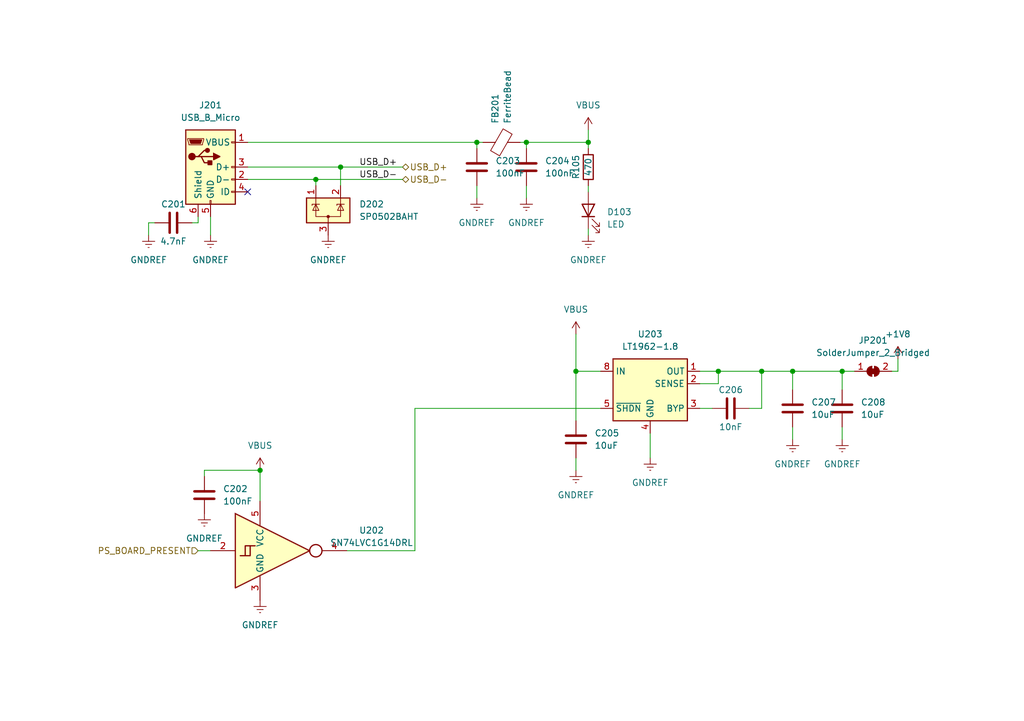
<source format=kicad_sch>
(kicad_sch (version 20230121) (generator eeschema)
  (paper "A5")
  (lib_symbols
    (symbol "74xGxx:SN74LVC1G14DRL"
      (property "Reference" "U" (at -5.08 10.16 0))
      (property "Value" "SN74LVC1G14DRL" (at 20.32 10.16 0))
      (symbol "SN74LVC1G14DRL_0_1"
        (polyline (pts (xy -2.032 1.016) (xy -1.016 1.016)) (stroke (width 0.254)) (fill (type background)))
        (polyline (pts (xy -5.08 7.62) (xy -5.08 -7.62) (xy 10.16 0) (xy -5.08 7.62)) (stroke (width 0.254)) (fill (type background)))
        (polyline (pts (xy -3.048 -1.016) (xy -3.048 1.016) (xy -2.032 1.016) (xy -2.032 -1.016) (xy -4.064 -1.016)) (stroke (width 0.254)) (fill (type background)))
        (circle (center 11.43 0) (radius 1.27) (stroke (width 0.254)))
      )
      (symbol "SN74LVC1G14DRL_1_1"
        (pin no_connect line (at 10.16 0 180) (length 5.08) hide (name "NC") (number "1"))
        (pin input line (at -10.16 0 0) (length 5.08) (name "~") (number "2"))
        (pin power_in line (at 0 -10.16 90) (length 5.08) (name "GND") (number "3"))
        (pin output line (at 17.78 0 180) (length 5.08) (name "~") (number "4"))
        (pin power_in line (at 0 10.16 270) (length 5.08) (name "VCC") (number "5"))
      )
    )
    (symbol "Connector:USB_B_Micro" (pin_names (offset 1.016))
      (property "Reference" "J" (at -5.08 11.43 0))
      (property "Value" "USB_B_Micro" (at -5.08 8.89 0))
      (symbol "USB_B_Micro_0_1"
        (rectangle (start -5.08 -7.62) (end 5.08 7.62) (stroke (width 0.254)) (fill (type background)))
        (circle (center -3.81 2.159) (radius 0.635) (stroke (width 0.254)) (fill (type outline)))
        (circle (center -0.635 3.429) (radius 0.381) (stroke (width 0.254)) (fill (type outline)))
        (rectangle (start -0.127 -7.62) (end 0.127 -6.858))
        (polyline (pts (xy -1.905 2.159) (xy 0.635 2.159)) (stroke (width 0.254)))
        (polyline (pts (xy -3.175 2.159) (xy -2.54 2.159) (xy -1.27 3.429) (xy -0.635 3.429)) (stroke (width 0.254)))
        (polyline (pts (xy -2.54 2.159) (xy -1.905 2.159) (xy -1.27 0.889) (xy 0 0.889)) (stroke (width 0.254)))
        (polyline (pts (xy 0.635 2.794) (xy 0.635 1.524) (xy 1.905 2.159) (xy 0.635 2.794)) (stroke (width 0.254)) (fill (type outline)))
        (polyline (pts (xy -4.318 5.588) (xy -1.778 5.588) (xy -2.032 4.826) (xy -4.064 4.826) (xy -4.318 5.588)) (fill (type outline)))
        (polyline (pts (xy -4.699 5.842) (xy -4.699 5.588) (xy -4.445 4.826) (xy -4.445 4.572) (xy -1.651 4.572) (xy -1.651 4.826) (xy -1.397 5.588) (xy -1.397 5.842) (xy -4.699 5.842)))
        (rectangle (start 0.254 1.27) (end -0.508 0.508) (stroke (width 0.254)) (fill (type outline)))
        (rectangle (start 5.08 -5.207) (end 4.318 -4.953))
        (rectangle (start 5.08 -2.667) (end 4.318 -2.413))
        (rectangle (start 5.08 -0.127) (end 4.318 0.127))
        (rectangle (start 5.08 4.953) (end 4.318 5.207))
      )
      (symbol "USB_B_Micro_1_1"
        (pin power_out line (at 7.62 5.08 180) (length 2.54) (name "VBUS") (number "1"))
        (pin bidirectional line (at 7.62 -2.54 180) (length 2.54) (name "D-") (number "2"))
        (pin bidirectional line (at 7.62 0 180) (length 2.54) (name "D+") (number "3"))
        (pin passive line (at 7.62 -5.08 180) (length 2.54) (name "ID") (number "4"))
        (pin power_out line (at 0 -10.16 90) (length 2.54) (name "GND") (number "5"))
        (pin passive line (at -2.54 -10.16 90) (length 2.54) (name "Shield") (number "6"))
      )
    )
    (symbol "Device:C" (pin_numbers hide) (pin_names (offset 0.254))
      (property "Reference" "C" (at 0.635 2.54 0))
      (property "Value" "C" (at 0.635 -2.54 0))
      (symbol "C_0_1"
        (polyline (pts (xy -2.032 -0.762) (xy 2.032 -0.762)) (stroke (width 0.508)))
        (polyline (pts (xy -2.032 0.762) (xy 2.032 0.762)) (stroke (width 0.508)))
      )
      (symbol "C_1_1"
        (pin passive line (at 0 3.81 270) (length 2.794) (name "~") (number "1"))
        (pin passive line (at 0 -3.81 90) (length 2.794) (name "~") (number "2"))
      )
    )
    (symbol "Device:FerriteBead" (pin_numbers hide) (pin_names (offset 0))
      (property "Reference" "FB" (at -3.81 0.635 90))
      (property "Value" "FerriteBead" (at 3.81 0 90))
      (symbol "FerriteBead_0_1"
        (polyline (pts (xy 0 -1.27) (xy 0 -1.2192)))
        (polyline (pts (xy 0 1.27) (xy 0 1.2954)))
        (polyline (pts (xy -2.7686 0.4064) (xy -1.7018 2.2606) (xy 2.7686 -0.3048) (xy 1.6764 -2.159) (xy -2.7686 0.4064)))
      )
      (symbol "FerriteBead_1_1"
        (pin passive line (at 0 3.81 270) (length 2.54) (name "~") (number "1"))
        (pin passive line (at 0 -3.81 90) (length 2.54) (name "~") (number "2"))
      )
    )
    (symbol "Device:LED" (pin_numbers hide) (pin_names (offset 1.016) hide)
      (property "Reference" "D" (at 0 2.54 0))
      (property "Value" "LED" (at 0 -2.54 0))
      (symbol "LED_0_1"
        (polyline (pts (xy -1.27 -1.27) (xy -1.27 1.27)) (stroke (width 0.254)))
        (polyline (pts (xy -1.27 0) (xy 1.27 0)))
        (polyline (pts (xy 1.27 -1.27) (xy 1.27 1.27) (xy -1.27 0) (xy 1.27 -1.27)) (stroke (width 0.254)))
        (polyline (pts (xy -3.048 -0.762) (xy -4.572 -2.286) (xy -3.81 -2.286) (xy -4.572 -2.286) (xy -4.572 -1.524)))
        (polyline (pts (xy -1.778 -0.762) (xy -3.302 -2.286) (xy -2.54 -2.286) (xy -3.302 -2.286) (xy -3.302 -1.524)))
      )
      (symbol "LED_1_1"
        (pin passive line (at -3.81 0 0) (length 2.54) (name "K") (number "1"))
        (pin passive line (at 3.81 0 180) (length 2.54) (name "A") (number "2"))
      )
    )
    (symbol "Device:R" (pin_numbers hide) (pin_names (offset 0))
      (property "Reference" "R" (at 2.032 0 90))
      (property "Value" "R" (at 0 0 90))
      (symbol "R_0_1"
        (rectangle (start -1.016 -2.54) (end 1.016 2.54) (stroke (width 0.254)))
      )
      (symbol "R_1_1"
        (pin passive line (at 0 3.81 270) (length 1.27) (name "~") (number "1"))
        (pin passive line (at 0 -3.81 90) (length 1.27) (name "~") (number "2"))
      )
    )
    (symbol "Jumper:SolderJumper_2_Bridged" (pin_names (offset 0) hide)
      (property "Reference" "JP" (at 0 2.032 0))
      (property "Value" "SolderJumper_2_Bridged" (at 0 -2.54 0))
      (symbol "SolderJumper_2_Bridged_0_1"
        (rectangle (start -0.508 0.508) (end 0.508 -0.508) (fill (type outline)))
        (arc (start -0.254 1.016) (mid -1.2656 0) (end -0.254 -1.016))
        (arc (start -0.254 1.016) (mid -1.2656 0) (end -0.254 -1.016) (fill (type outline)))
        (polyline (pts (xy -0.254 1.016) (xy -0.254 -1.016)))
        (polyline (pts (xy 0.254 1.016) (xy 0.254 -1.016)))
        (arc (start 0.254 -1.016) (mid 1.2656 0) (end 0.254 1.016))
        (arc (start 0.254 -1.016) (mid 1.2656 0) (end 0.254 1.016) (fill (type outline)))
      )
      (symbol "SolderJumper_2_Bridged_1_1"
        (pin passive line (at -3.81 0 0) (length 2.54) (name "A") (number "1"))
        (pin passive line (at 3.81 0 180) (length 2.54) (name "B") (number "2"))
      )
    )
    (symbol "Power_Protection:SP0502BAHT" (pin_names hide)
      (property "Reference" "D" (at 5.715 2.54 0))
      (property "Value" "SP0502BAHT" (at 5.715 0.635 0))
      (symbol "SP0502BAHT_0_0"
        (pin passive line (at 0 -5.08 90) (length 2.54) (name "A") (number "3"))
      )
      (symbol "SP0502BAHT_0_1"
        (rectangle (start -4.445 2.54) (end 4.445 -2.54) (stroke (width 0.254)) (fill (type background)))
        (circle (center 0 -1.27) (radius 0.254) (fill (type outline)))
        (polyline (pts (xy -2.54 2.54) (xy -2.54 1.27)))
        (polyline (pts (xy 0 -1.27) (xy 0 -2.54)))
        (polyline (pts (xy 2.54 2.54) (xy 2.54 1.27)))
        (polyline (pts (xy -3.302 1.016) (xy -3.302 1.27) (xy -1.905 1.27) (xy -1.778 1.27)))
        (polyline (pts (xy -2.54 1.27) (xy -2.54 -1.27) (xy 2.54 -1.27) (xy 2.54 1.27)))
        (polyline (pts (xy -2.54 1.27) (xy -1.905 0) (xy -3.175 0) (xy -2.54 1.27)))
        (polyline (pts (xy 1.778 1.016) (xy 1.778 1.27) (xy 3.175 1.27) (xy 3.302 1.27)))
        (polyline (pts (xy 2.54 1.27) (xy 1.905 0) (xy 3.175 0) (xy 2.54 1.27)))
      )
      (symbol "SP0502BAHT_1_1"
        (pin passive line (at -2.54 5.08 270) (length 2.54) (name "K") (number "1"))
        (pin passive line (at 2.54 5.08 270) (length 2.54) (name "K") (number "2"))
      )
    )
    (symbol "Regulator_Linear:LT1962-1.8"
      (property "Reference" "U" (at -7.62 8.89 0))
      (property "Value" "LT1962-1.8" (at 1.27 -6.35 0))
      (symbol "LT1962-1.8_0_1"
        (rectangle (start -7.62 7.62) (end 7.62 -5.08) (stroke (width 0.254)) (fill (type background)))
      )
      (symbol "LT1962-1.8_1_1"
        (pin power_out line (at 10.16 5.08 180) (length 2.54) (name "OUT") (number "1"))
        (pin input line (at 10.16 2.54 180) (length 2.54) (name "SENSE") (number "2"))
        (pin passive line (at 10.16 -2.54 180) (length 2.54) (name "BYP") (number "3"))
        (pin power_in line (at 0 -7.62 90) (length 2.54) (name "GND") (number "4"))
        (pin input line (at -10.16 -2.54 0) (length 2.54) (name "~{SHDN}") (number "5"))
        (pin no_connect line (at 2.54 5.08 90) (length 2.54) hide (name "NC") (number "6"))
        (pin no_connect line (at 2.54 2.54 90) (length 2.54) hide (name "NC") (number "7"))
        (pin power_in line (at -10.16 5.08 0) (length 2.54) (name "IN") (number "8"))
      )
    )
    (symbol "power:+1V8" (power) (pin_names (offset 0))
      (property "Value" "+1V8" (at 0 3.556 0))
      (symbol "+1V8_0_1"
        (polyline (pts (xy -0.762 1.27) (xy 0 2.54)))
        (polyline (pts (xy 0 0) (xy 0 2.54)))
        (polyline (pts (xy 0 2.54) (xy 0.762 1.27)))
      )
      (symbol "+1V8_1_1"
        (pin power_in line (at 0 0 90) (length 0) hide (name "+1V8") (number "1"))
      )
    )
    (symbol "power:GNDREF" (power) (pin_names (offset 0))
      (property "Value" "GNDREF" (at 0 -3.81 0))
      (symbol "GNDREF_0_1"
        (polyline (pts (xy -0.635 -1.905) (xy 0.635 -1.905)))
        (polyline (pts (xy -0.127 -2.54) (xy 0.127 -2.54)))
        (polyline (pts (xy 0 -1.27) (xy 0 0)))
        (polyline (pts (xy 1.27 -1.27) (xy -1.27 -1.27)))
      )
      (symbol "GNDREF_1_1"
        (pin power_in line (at 0 0 270) (length 0) hide (name "GNDREF") (number "1"))
      )
    )
    (symbol "power:VBUS" (power) (pin_names (offset 0))
      (property "Value" "VBUS" (at 0 3.81 0))
      (symbol "VBUS_0_1"
        (polyline (pts (xy -0.762 1.27) (xy 0 2.54)))
        (polyline (pts (xy 0 0) (xy 0 2.54)))
        (polyline (pts (xy 0 2.54) (xy 0.762 1.27)))
      )
      (symbol "VBUS_1_1"
        (pin power_in line (at 0 0 90) (length 0) hide (name "VBUS") (number "1"))
      )
    )
  )
  (junction (at 107.95 29.21))
  (junction (at 156.21 76.2))
  (junction (at 118.11 76.2))
  (junction (at 97.79 29.21))
  (junction (at 172.72 76.2))
  (junction (at 147.32 76.2))
  (junction (at 120.65 29.21))
  (junction (at 162.56 76.2))
  (junction (at 53.34 96.52))
  (junction (at 64.77 36.83))
  (junction (at 69.85 34.29))
  (no_connect (at 50.8 39.37))
  (wire (pts (xy 85.09 113.03) (xy 85.09 83.82)))
  (wire (pts (xy 50.8 29.21) (xy 97.79 29.21)))
  (wire (pts (xy 147.32 76.2) (xy 156.21 76.2)))
  (wire (pts (xy 43.18 48.26) (xy 43.18 44.45)))
  (wire (pts (xy 118.11 76.2) (xy 118.11 86.36)))
  (wire (pts (xy 97.79 29.21) (xy 99.06 29.21)))
  (wire (pts (xy 153.67 83.82) (xy 156.21 83.82)))
  (wire (pts (xy 40.64 45.72) (xy 40.64 44.45)))
  (wire (pts (xy 120.65 26.67) (xy 120.65 29.21)))
  (wire (pts (xy 97.79 29.21) (xy 97.79 30.48)))
  (wire (pts (xy 120.65 46.99) (xy 120.65 48.26)))
  (wire (pts (xy 147.32 78.74) (xy 147.32 76.2)))
  (wire (pts (xy 50.8 36.83) (xy 64.77 36.83)))
  (wire (pts (xy 85.09 83.82) (xy 123.19 83.82)))
  (wire (pts (xy 97.79 40.64) (xy 97.79 38.1)))
  (wire (pts (xy 118.11 96.52) (xy 118.11 93.98)))
  (wire (pts (xy 172.72 90.17) (xy 172.72 87.63)))
  (wire (pts (xy 120.65 29.21) (xy 120.65 30.48)))
  (wire (pts (xy 156.21 76.2) (xy 162.56 76.2)))
  (wire (pts (xy 184.15 73.66) (xy 184.15 76.2)))
  (wire (pts (xy 39.37 45.72) (xy 40.64 45.72)))
  (wire (pts (xy 40.64 113.03) (xy 43.18 113.03)))
  (wire (pts (xy 69.85 34.29) (xy 82.55 34.29)))
  (wire (pts (xy 41.91 96.52) (xy 41.91 97.79)))
  (wire (pts (xy 30.48 45.72) (xy 31.75 45.72)))
  (wire (pts (xy 107.95 29.21) (xy 120.65 29.21)))
  (wire (pts (xy 107.95 29.21) (xy 107.95 30.48)))
  (wire (pts (xy 106.68 29.21) (xy 107.95 29.21)))
  (wire (pts (xy 64.77 36.83) (xy 82.55 36.83)))
  (wire (pts (xy 172.72 80.01) (xy 172.72 76.2)))
  (wire (pts (xy 162.56 76.2) (xy 172.72 76.2)))
  (wire (pts (xy 123.19 76.2) (xy 118.11 76.2)))
  (wire (pts (xy 172.72 76.2) (xy 175.26 76.2)))
  (wire (pts (xy 71.12 113.03) (xy 85.09 113.03)))
  (wire (pts (xy 41.91 96.52) (xy 53.34 96.52)))
  (wire (pts (xy 162.56 76.2) (xy 162.56 80.01)))
  (wire (pts (xy 118.11 68.58) (xy 118.11 76.2)))
  (wire (pts (xy 156.21 83.82) (xy 156.21 76.2)))
  (wire (pts (xy 162.56 90.17) (xy 162.56 87.63)))
  (wire (pts (xy 50.8 34.29) (xy 69.85 34.29)))
  (wire (pts (xy 143.51 76.2) (xy 147.32 76.2)))
  (wire (pts (xy 53.34 96.52) (xy 53.34 102.87)))
  (wire (pts (xy 107.95 40.64) (xy 107.95 38.1)))
  (wire (pts (xy 133.35 93.98) (xy 133.35 88.9)))
  (wire (pts (xy 182.88 76.2) (xy 184.15 76.2)))
  (wire (pts (xy 64.77 36.83) (xy 64.77 38.1)))
  (wire (pts (xy 120.65 38.1) (xy 120.65 39.37)))
  (wire (pts (xy 146.05 83.82) (xy 143.51 83.82)))
  (wire (pts (xy 143.51 78.74) (xy 147.32 78.74)))
  (wire (pts (xy 69.85 34.29) (xy 69.85 38.1)))
  (wire (pts (xy 30.48 48.26) (xy 30.48 45.72)))
  (label "USB_D+" (at 73.66 34.29 0))
  (label "USB_D-" (at 73.66 36.83 0))
  (hierarchical_label "PS_BOARD_PRESENT" (shape input) (at 40.64 113.03 180))
  (hierarchical_label "USB_D-" (shape bidirectional) (at 82.55 36.83 0))
  (hierarchical_label "USB_D+" (shape bidirectional) (at 82.55 34.29 0))
  (symbol (lib_id "power:VBUS") (at 120.65 26.67 0) (unit 1)
    (property "Reference" "#PWR0209" (effects hide))
    (property "Value" "VBUS" (at 120.65 21.59 0))
  )
  (symbol (lib_id "power:GNDREF") (at 41.91 105.41 0) (unit 1)
    (property "Reference" "#PWR0204" (effects hide))
    (property "Value" "GNDREF" (at 41.91 110.49 0))
    (instances (project "TardigradeDebugProbeGen1" (path "" (reference "#PWR0204") (unit 1))) (project "EE_KiCad_CONSAT1.xx.xx.xxx" (path "" (reference "#PWR?") (unit 1)) (path "" (reference "#PWR024") (unit 1))))
  )
  (symbol (lib_id "power:GNDREF") (at 172.72 90.17 0) (unit 1)
    (property "Reference" "#PWR0213" (effects hide))
    (property "Value" "GNDREF" (at 172.72 95.25 0))
    (instances (project "TardigradeDebugProbeGen1" (path "" (reference "#PWR0213") (unit 1))) (project "EE_KiCad_CONSAT1.xx.xx.xxx" (path "" (reference "#PWR?") (unit 1)) (path "" (reference "#PWR039") (unit 1))))
  )
  (symbol (lib_id "Device:C") (at 118.11 90.17 0) (unit 1)
    (property "Reference" "C205" (at 121.92 88.9 0) (effects (justify left)))
    (property "Value" "10uF" (at 121.92 91.44 0) (effects (justify left)))
    (property "Footprint" "Capacitor_SMD:C_1206_3216Metric" (effects hide))
    (property "Manufacturer" "Kemet" (effects hide))
    (property "MPN" "C1206C106K4RACAUTO" (effects hide))
    (property "AEC-Q" "200" (effects hide))
    (instances (project "TardigradeDebugProbeGen1" (path "" (reference "C205") (unit 1))) (project "EE_KiCad_CONSAT1.xx.xx.xxx" (path "" (reference "C3") (unit 1)) (path "" (reference "C29") (unit 1))))
  )
  (symbol (lib_id "Jumper:SolderJumper_2_Bridged") (at 179.07 76.2 0) (unit 1)
    (property "Reference" "JP201" (at 179.07 69.85 0))
    (property "Value" "SolderJumper_2_Bridged" (at 179.07 72.39 0))
    (property "Footprint" "Jumper:SolderJumper-2_P1.3mm_Bridged2Bar_RoundedPad1.0x1.5mm" (effects hide))
    (instances (project "TardigradeDebugProbeGen1" (path "" (reference "JP201") (unit 1))) (project "EE_KiCad_CONSAT1.xx.xx.xxx" (path "" (reference "JP2") (unit 1))))
  )
  (symbol (lib_id "Power_Protection:SP0502BAHT") (at 67.31 43.18 0) (unit 1)
    (property "Reference" "D202" (at 73.66 41.91 0) (effects (justify left)))
    (property "Value" "SP0502BAHT" (at 73.66 44.45 0) (effects (justify left)))
    (property "Footprint" "Package_TO_SOT_SMD:SOT-23" (effects hide))
    (property "Datasheet" "http://www.littelfuse.com/~/media/files/littelfuse/technical%20resources/documents/data%20sheets/sp05xxba.pdf" (effects hide))
    (property "MPN" "SP0502BAHTG" (effects hide))
    (property "Manufacturer" "Littlefuse" (effects hide))
  )
  (symbol (lib_id "power:GNDREF") (at 97.79 40.64 0) (unit 1)
    (property "Reference" "#PWR0205" (effects hide))
    (property "Value" "GNDREF" (at 97.79 45.72 0))
    (instances (project "TardigradeDebugProbeGen1" (path "" (reference "#PWR0205") (unit 1))) (project "EE_KiCad_CONSAT1.xx.xx.xxx" (path "" (reference "#PWR?") (unit 1)) (path "" (reference "#PWR028") (unit 1))))
  )
  (symbol (lib_id "power:VBUS") (at 118.11 68.58 0) (unit 1)
    (property "Reference" "#PWR0215" (effects hide))
    (property "Value" "VBUS" (at 118.11 63.5 0))
  )
  (symbol (lib_id "Device:C") (at 149.86 83.82 90) (unit 1)
    (property "Reference" "C206" (at 149.86 80.01 90))
    (property "Value" "10nF" (at 149.86 87.63 90))
    (property "Footprint" "Capacitor_SMD:C_0402_1005Metric" (effects hide))
    (property "Manufacturer" "Kemet" (effects hide))
    (property "MPN" "C0402C103K4RACAUTO" (effects hide))
    (property "AEC-Q" "200" (effects hide))
    (instances (project "TardigradeDebugProbeGen1" (path "" (reference "C206") (unit 1))) (project "EE_KiCad_CONSAT1.xx.xx.xxx" (path "" (reference "C4") (unit 1)) (path "" (reference "C9") (unit 1))))
  )
  (symbol (lib_id "Device:FerriteBead") (at 102.87 29.21 90) (unit 1)
    (property "Reference" "FB201" (at 101.5492 25.4 0) (effects (justify left)))
    (property "Value" "FerriteBead" (at 104.0892 25.4 0) (effects (justify left)))
    (property "Footprint" "Resistor_SMD:R_0603_1608Metric" (effects hide))
    (property "Manufacturer" "Murata" (effects hide))
    (property "MPN" "BLM18PG471SH1D" (effects hide))
    (property "AEC-Q" "200" (effects hide))
    (instances (project "TardigradeDebugProbeGen1" (path "" (reference "FB201") (unit 1))) (project "EE_KiCad_CONSAT1.xx.xx.xxx" (path "" (reference "FB2") (unit 1)) (path "" (reference "FB1") (unit 1))))
  )
  (symbol (lib_id "power:+1V8") (at 184.15 73.66 0) (unit 1)
    (property "Reference" "#PWR0214" (effects hide))
    (property "Value" "+1V8" (at 184.15 68.58 0))
  )
  (symbol (lib_id "Device:C") (at 162.56 83.82 0) (unit 1)
    (property "Reference" "C207" (at 166.37 82.55 0) (effects (justify left)))
    (property "Value" "10uF" (at 166.37 85.09 0) (effects (justify left)))
    (property "Footprint" "Capacitor_SMD:C_1206_3216Metric" (effects hide))
    (property "Manufacturer" "Kemet" (effects hide))
    (property "MPN" "C1206C106K4RACAUTO" (effects hide))
    (property "AEC-Q" "200" (effects hide))
    (instances (project "TardigradeDebugProbeGen1" (path "" (reference "C207") (unit 1))) (project "EE_KiCad_CONSAT1.xx.xx.xxx" (path "" (reference "C3") (unit 1)) (path "" (reference "C10") (unit 1))))
  )
  (symbol (lib_id "power:GNDREF") (at 118.11 96.52 0) (unit 1)
    (property "Reference" "#PWR0208" (effects hide))
    (property "Value" "GNDREF" (at 118.11 101.6 0))
    (instances (project "TardigradeDebugProbeGen1" (path "" (reference "#PWR0208") (unit 1))) (project "EE_KiCad_CONSAT1.xx.xx.xxx" (path "" (reference "#PWR?") (unit 1)) (path "" (reference "#PWR065") (unit 1))))
  )
  (symbol (lib_id "Device:C") (at 172.72 83.82 0) (unit 1)
    (property "Reference" "C208" (at 176.53 82.55 0) (effects (justify left)))
    (property "Value" "10uF" (at 176.53 85.09 0) (effects (justify left)))
    (property "Footprint" "Capacitor_SMD:C_1206_3216Metric" (effects hide))
    (property "Manufacturer" "Kemet" (effects hide))
    (property "MPN" "C1206C106K4RACAUTO" (effects hide))
    (property "AEC-Q" "200" (effects hide))
    (instances (project "TardigradeDebugProbeGen1" (path "" (reference "C208") (unit 1))) (project "EE_KiCad_CONSAT1.xx.xx.xxx" (path "" (reference "C3") (unit 1)) (path "" (reference "C11") (unit 1))))
  )
  (symbol (lib_id "power:GNDREF") (at 133.35 93.98 0) (unit 1)
    (property "Reference" "#PWR0210" (effects hide))
    (property "Value" "GNDREF" (at 133.35 99.06 0))
    (instances (project "TardigradeDebugProbeGen1" (path "" (reference "#PWR0210") (unit 1))) (project "EE_KiCad_CONSAT1.xx.xx.xxx" (path "" (reference "#PWR?") (unit 1)) (path "" (reference "#PWR037") (unit 1))))
  )
  (symbol (lib_id "power:GNDREF") (at 30.48 48.26 0) (unit 1)
    (property "Reference" "#PWR0201" (effects hide))
    (property "Value" "GNDREF" (at 30.48 53.34 0))
    (instances (project "TardigradeDebugProbeGen1" (path "" (reference "#PWR0201") (unit 1))) (project "EE_KiCad_CONSAT1.xx.xx.xxx" (path "" (reference "#PWR?") (unit 1)) (path "" (reference "#PWR08") (unit 1))))
  )
  (symbol (lib_id "Device:C") (at 107.95 34.29 0) (unit 1)
    (property "Reference" "C204" (at 111.76 33.02 0) (effects (justify left)))
    (property "Value" "100nF" (at 111.76 35.56 0) (effects (justify left)))
    (property "Footprint" "Capacitor_SMD:C_0402_1005Metric" (effects hide))
    (property "Manufacturer" "Kemet" (effects hide))
    (property "MPN" "C0402C104K4RACAUTO" (effects hide))
    (property "AEC-Q" "200" (effects hide))
    (instances (project "TardigradeDebugProbeGen1" (path "" (reference "C204") (unit 1))) (project "EE_KiCad_CONSAT1.xx.xx.xxx" (path "" (reference "C?") (unit 1)) (path "" (reference "C8") (unit 1))))
  )
  (symbol (lib_id "Regulator_Linear:LT1962-1.8") (at 133.35 81.28 0) (unit 1)
    (property "Reference" "U203" (at 133.35 68.58 0))
    (property "Value" "LT1962-1.8" (at 133.35 71.12 0))
    (property "Footprint" "Package_SO:MSOP-8_3x3mm_P0.65mm" (effects hide))
    (property "Datasheet" "https://www.analog.com/media/en/technical-documentation/data-sheets/1962fb.pdf" (effects hide))
    (property "MPN" "LT1962EMS8-1.8#TRPBF" (effects hide))
    (property "Manufacturer" "Analog Devices" (effects hide))
  )
  (symbol (lib_id "Device:C") (at 35.56 45.72 90) (unit 1)
    (property "Reference" "C201" (at 35.56 41.91 90))
    (property "Value" "4.7nF" (at 35.56 49.53 90))
    (property "Footprint" "Capacitor_SMD:C_0402_1005Metric" (effects hide))
    (property "Manufacturer" "Kemet" (effects hide))
    (property "MPN" "C0402C472K4RACAUTO" (effects hide))
    (property "AEC-Q" "200" (effects hide))
    (instances (project "TardigradeDebugProbeGen1" (path "" (reference "C201") (unit 1))) (project "EE_KiCad_CONSAT1.xx.xx.xxx" (path "" (reference "C4") (unit 1)) (path "" (reference "C5") (unit 1))))
  )
  (symbol (lib_id "power:GNDREF") (at 67.31 48.26 0) (unit 1)
    (property "Reference" "#PWR0203" (effects hide))
    (property "Value" "GNDREF" (at 67.31 53.34 0))
    (instances (project "TardigradeDebugProbeGen1" (path "" (reference "#PWR0203") (unit 1))) (project "EE_KiCad_CONSAT1.xx.xx.xxx" (path "" (reference "#PWR?") (unit 1)) (path "" (reference "#PWR013") (unit 1))))
  )
  (symbol (lib_id "power:GNDREF") (at 120.65 48.26 0) (unit 1)
    (property "Reference" "#PWR0212" (effects hide))
    (property "Value" "GNDREF" (at 120.65 53.34 0))
    (instances (project "TardigradeDebugProbeGen1" (path "" (reference "#PWR0212") (unit 1)) (path "" (reference "#PWR0118") (unit 1))) (project "EE_KiCad_CONSAT1.xx.xx.xxx" (path "" (reference "#PWR?") (unit 1)) (path "" (reference "#PWR039") (unit 1))))
  )
  (symbol (lib_id "74xGxx:SN74LVC1G14DRL") (at 53.34 113.03 0) (unit 1)
    (property "Reference" "U202" (at 76.2 108.8391 0))
    (property "Value" "SN74LVC1G14DRL" (at 76.2 111.3791 0))
    (property "Footprint" "Package_TO_SOT_SMD:SOT-553" (effects hide))
    (property "Datasheet" "http://www.ti.com/lit/ds/symlink/sn74lvc1g14.pdf" (effects hide))
    (property "Manufacturer" "TI" (effects hide))
    (property "MPN" "SN74LVC1G14DRL" (effects hide))
    (instances (project "TardigradeDebugProbeGen1" (path "" (reference "U202") (unit 1))) (project "EE_KiCad_CONSAT1.xx.xx.xxx" (path "" (reference "U?") (unit 1)) (path "" (reference "U4") (unit 1))))
  )
  (symbol (lib_id "power:GNDREF") (at 53.34 123.19 0) (unit 1)
    (property "Reference" "#PWR0207" (effects hide))
    (property "Value" "GNDREF" (at 53.34 128.27 0))
    (instances (project "TardigradeDebugProbeGen1" (path "" (reference "#PWR0207") (unit 1))) (project "EE_KiCad_CONSAT1.xx.xx.xxx" (path "" (reference "#PWR?") (unit 1)) (path "" (reference "#PWR036") (unit 1))))
  )
  (symbol (lib_id "power:VBUS") (at 53.34 96.52 0) (unit 1)
    (property "Reference" "#PWR0216" (effects hide))
    (property "Value" "VBUS" (at 53.34 91.44 0))
  )
  (symbol (lib_id "Device:LED") (at 120.65 43.18 90) (unit 1)
    (property "Reference" "D103" (at 124.46 43.4975 90) (effects (justify right)))
    (property "Value" "LED" (at 124.46 46.0375 90) (effects (justify right)))
    (property "Footprint" "LED_SMD:LED_0402_1005Metric" (effects hide))
    (property "MPN" "VLMTG1500-GS08" (effects hide))
    (property "Manufacturer" "Vishay" (effects hide))
    (instances (project "TardigradeDebugProbeGen1" (path "" (reference "D103") (unit 1)) (path "" (reference "D201") (unit 1))))
  )
  (symbol (lib_id "Device:C") (at 97.79 34.29 0) (unit 1)
    (property "Reference" "C203" (at 101.6 33.02 0) (effects (justify left)))
    (property "Value" "100nF" (at 101.6 35.56 0) (effects (justify left)))
    (property "Footprint" "Capacitor_SMD:C_0402_1005Metric" (effects hide))
    (property "Manufacturer" "Kemet" (effects hide))
    (property "MPN" "C0402C104K4RACAUTO" (effects hide))
    (property "AEC-Q" "200" (effects hide))
    (instances (project "TardigradeDebugProbeGen1" (path "" (reference "C203") (unit 1))) (project "EE_KiCad_CONSAT1.xx.xx.xxx" (path "" (reference "C?") (unit 1)) (path "" (reference "C7") (unit 1))))
  )
  (symbol (lib_id "power:GNDREF") (at 162.56 90.17 0) (unit 1)
    (property "Reference" "#PWR0211" (effects hide))
    (property "Value" "GNDREF" (at 162.56 95.25 0))
    (instances (project "TardigradeDebugProbeGen1" (path "" (reference "#PWR0211") (unit 1))) (project "EE_KiCad_CONSAT1.xx.xx.xxx" (path "" (reference "#PWR?") (unit 1)) (path "" (reference "#PWR038") (unit 1))))
  )
  (symbol (lib_id "power:GNDREF") (at 43.18 48.26 0) (unit 1)
    (property "Reference" "#PWR0202" (effects hide))
    (property "Value" "GNDREF" (at 43.18 53.34 0))
    (instances (project "TardigradeDebugProbeGen1" (path "" (reference "#PWR0202") (unit 1))) (project "EE_KiCad_CONSAT1.xx.xx.xxx" (path "" (reference "#PWR?") (unit 1)) (path "" (reference "#PWR012") (unit 1))))
  )
  (symbol (lib_id "Connector:USB_B_Micro") (at 43.18 34.29 0) (unit 1)
    (property "Reference" "J201" (at 43.18 21.59 0))
    (property "Value" "USB_B_Micro" (at 43.18 24.13 0))
    (property "Footprint" "Connector_USB:USB_Micro-B_Molex_47346-0001" (effects hide))
    (property "MPN" "47346-0001" (effects hide))
    (property "Manufacturer" "Molex" (effects hide))
    (instances (project "TardigradeDebugProbeGen1" (path "" (reference "J201") (unit 1))) (project "EE_KiCad_CONSAT1.xx.xx.xxx" (path "" (reference "J?") (unit 1)) (path "" (reference "J4") (unit 1))))
  )
  (symbol (lib_id "Device:R") (at 120.65 34.29 180) (unit 1)
    (property "Reference" "R105" (at 118.11 34.29 90))
    (property "Value" "470" (at 120.65 34.29 90))
    (property "Footprint" "Resistor_SMD:R_0402_1005Metric" (effects hide))
    (property "MPN" "AC0402JR-07470RL" (effects hide))
    (property "Manufacturer" "Yageo" (effects hide))
    (instances (project "TardigradeDebugProbeGen1" (path "" (reference "R105") (unit 1)) (path "" (reference "R201") (unit 1))))
  )
  (symbol (lib_id "Device:C") (at 41.91 101.6 0) (unit 1)
    (property "Reference" "C202" (at 45.72 100.33 0) (effects (justify left)))
    (property "Value" "100nF" (at 45.72 102.87 0) (effects (justify left)))
    (property "Footprint" "Capacitor_SMD:C_0402_1005Metric" (effects hide))
    (property "Manufacturer" "Kemet" (effects hide))
    (property "MPN" "C0402C104K4RACAUTO" (effects hide))
    (property "AEC-Q" "200" (effects hide))
    (instances (project "TardigradeDebugProbeGen1" (path "" (reference "C202") (unit 1))) (project "EE_KiCad_CONSAT1.xx.xx.xxx" (path "" (reference "C?") (unit 1)) (path "" (reference "C6") (unit 1))))
  )
  (symbol (lib_id "power:GNDREF") (at 107.95 40.64 0) (unit 1)
    (property "Reference" "#PWR0206" (effects hide))
    (property "Value" "GNDREF" (at 107.95 45.72 0))
    (instances (project "TardigradeDebugProbeGen1" (path "" (reference "#PWR0206") (unit 1))) (project "EE_KiCad_CONSAT1.xx.xx.xxx" (path "" (reference "#PWR?") (unit 1)) (path "" (reference "#PWR029") (unit 1))))
  )
)
</source>
